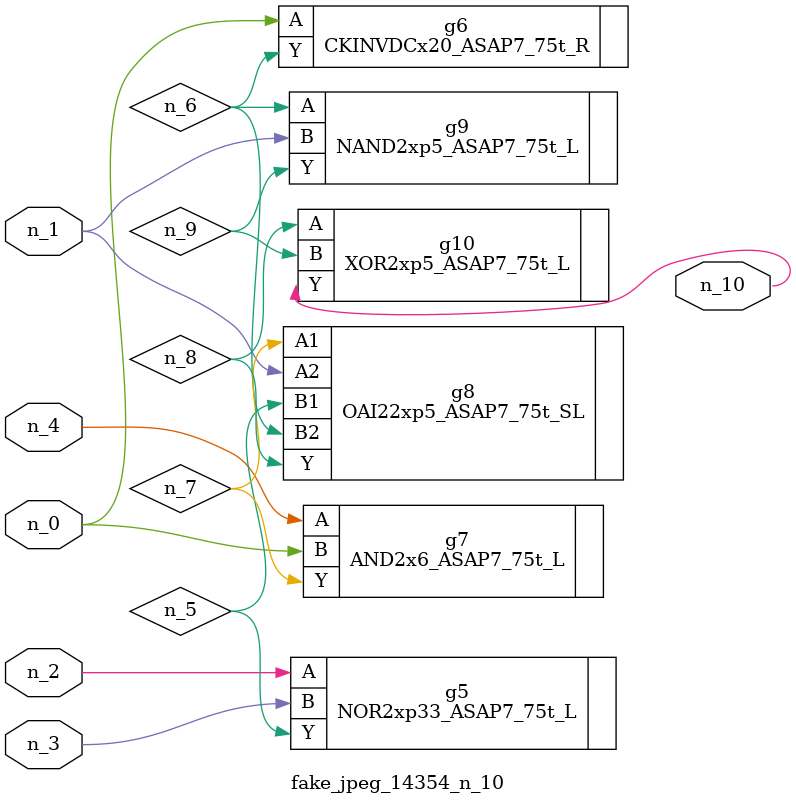
<source format=v>
module fake_jpeg_14354_n_10 (n_3, n_2, n_1, n_0, n_4, n_10);

input n_3;
input n_2;
input n_1;
input n_0;
input n_4;

output n_10;

wire n_8;
wire n_9;
wire n_6;
wire n_5;
wire n_7;

NOR2xp33_ASAP7_75t_L g5 ( 
.A(n_2),
.B(n_3),
.Y(n_5)
);

CKINVDCx20_ASAP7_75t_R g6 ( 
.A(n_0),
.Y(n_6)
);

AND2x6_ASAP7_75t_L g7 ( 
.A(n_4),
.B(n_0),
.Y(n_7)
);

OAI22xp5_ASAP7_75t_SL g8 ( 
.A1(n_7),
.A2(n_1),
.B1(n_5),
.B2(n_6),
.Y(n_8)
);

XOR2xp5_ASAP7_75t_L g10 ( 
.A(n_8),
.B(n_9),
.Y(n_10)
);

NAND2xp5_ASAP7_75t_L g9 ( 
.A(n_6),
.B(n_1),
.Y(n_9)
);


endmodule
</source>
